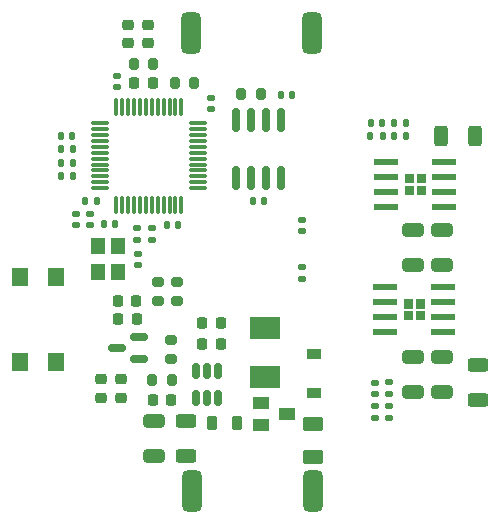
<source format=gbr>
%TF.GenerationSoftware,KiCad,Pcbnew,(6.0.6)*%
%TF.CreationDate,2023-03-01T01:58:39-05:00*%
%TF.ProjectId,Driver-Board,44726976-6572-42d4-926f-6172642e6b69,rev?*%
%TF.SameCoordinates,Original*%
%TF.FileFunction,Paste,Top*%
%TF.FilePolarity,Positive*%
%FSLAX46Y46*%
G04 Gerber Fmt 4.6, Leading zero omitted, Abs format (unit mm)*
G04 Created by KiCad (PCBNEW (6.0.6)) date 2023-03-01 01:58:39*
%MOMM*%
%LPD*%
G01*
G04 APERTURE LIST*
G04 Aperture macros list*
%AMRoundRect*
0 Rectangle with rounded corners*
0 $1 Rounding radius*
0 $2 $3 $4 $5 $6 $7 $8 $9 X,Y pos of 4 corners*
0 Add a 4 corners polygon primitive as box body*
4,1,4,$2,$3,$4,$5,$6,$7,$8,$9,$2,$3,0*
0 Add four circle primitives for the rounded corners*
1,1,$1+$1,$2,$3*
1,1,$1+$1,$4,$5*
1,1,$1+$1,$6,$7*
1,1,$1+$1,$8,$9*
0 Add four rect primitives between the rounded corners*
20,1,$1+$1,$2,$3,$4,$5,0*
20,1,$1+$1,$4,$5,$6,$7,0*
20,1,$1+$1,$6,$7,$8,$9,0*
20,1,$1+$1,$8,$9,$2,$3,0*%
G04 Aperture macros list end*
%ADD10C,0.010000*%
%ADD11RoundRect,0.200000X-0.200000X-0.275000X0.200000X-0.275000X0.200000X0.275000X-0.200000X0.275000X0*%
%ADD12RoundRect,0.135000X0.135000X0.185000X-0.135000X0.185000X-0.135000X-0.185000X0.135000X-0.185000X0*%
%ADD13RoundRect,0.140000X0.140000X0.170000X-0.140000X0.170000X-0.140000X-0.170000X0.140000X-0.170000X0*%
%ADD14RoundRect,0.225000X-0.250000X0.225000X-0.250000X-0.225000X0.250000X-0.225000X0.250000X0.225000X0*%
%ADD15RoundRect,0.225000X0.225000X0.250000X-0.225000X0.250000X-0.225000X-0.250000X0.225000X-0.250000X0*%
%ADD16RoundRect,0.140000X0.170000X-0.140000X0.170000X0.140000X-0.170000X0.140000X-0.170000X-0.140000X0*%
%ADD17RoundRect,0.075000X0.075000X-0.662500X0.075000X0.662500X-0.075000X0.662500X-0.075000X-0.662500X0*%
%ADD18RoundRect,0.075000X0.662500X-0.075000X0.662500X0.075000X-0.662500X0.075000X-0.662500X-0.075000X0*%
%ADD19RoundRect,0.250000X0.625000X-0.375000X0.625000X0.375000X-0.625000X0.375000X-0.625000X-0.375000X0*%
%ADD20RoundRect,0.225000X-0.225000X-0.250000X0.225000X-0.250000X0.225000X0.250000X-0.225000X0.250000X0*%
%ADD21RoundRect,0.140000X-0.170000X0.140000X-0.170000X-0.140000X0.170000X-0.140000X0.170000X0.140000X0*%
%ADD22RoundRect,0.135000X-0.135000X-0.185000X0.135000X-0.185000X0.135000X0.185000X-0.135000X0.185000X0*%
%ADD23RoundRect,0.040600X-0.944400X-0.249400X0.944400X-0.249400X0.944400X0.249400X-0.944400X0.249400X0*%
%ADD24RoundRect,0.140000X-0.140000X-0.170000X0.140000X-0.170000X0.140000X0.170000X-0.140000X0.170000X0*%
%ADD25RoundRect,0.135000X0.185000X-0.135000X0.185000X0.135000X-0.185000X0.135000X-0.185000X-0.135000X0*%
%ADD26RoundRect,0.150000X0.587500X0.150000X-0.587500X0.150000X-0.587500X-0.150000X0.587500X-0.150000X0*%
%ADD27R,1.200000X0.900000*%
%ADD28RoundRect,0.200000X0.275000X-0.200000X0.275000X0.200000X-0.275000X0.200000X-0.275000X-0.200000X0*%
%ADD29RoundRect,0.250000X-0.625000X0.312500X-0.625000X-0.312500X0.625000X-0.312500X0.625000X0.312500X0*%
%ADD30RoundRect,0.218750X0.256250X-0.218750X0.256250X0.218750X-0.256250X0.218750X-0.256250X-0.218750X0*%
%ADD31RoundRect,0.150000X0.150000X-0.825000X0.150000X0.825000X-0.150000X0.825000X-0.150000X-0.825000X0*%
%ADD32RoundRect,0.250000X-0.650000X0.325000X-0.650000X-0.325000X0.650000X-0.325000X0.650000X0.325000X0*%
%ADD33RoundRect,0.250000X0.625000X-0.312500X0.625000X0.312500X-0.625000X0.312500X-0.625000X-0.312500X0*%
%ADD34RoundRect,0.218750X-0.218750X-0.381250X0.218750X-0.381250X0.218750X0.381250X-0.218750X0.381250X0*%
%ADD35R,1.400000X1.000000*%
%ADD36RoundRect,0.412500X-0.412500X1.337500X-0.412500X-1.337500X0.412500X-1.337500X0.412500X1.337500X0*%
%ADD37R,2.500000X1.900000*%
%ADD38R,1.200000X1.400000*%
%ADD39R,1.400000X1.600000*%
%ADD40RoundRect,0.250000X0.650000X-0.325000X0.650000X0.325000X-0.650000X0.325000X-0.650000X-0.325000X0*%
%ADD41RoundRect,0.150000X-0.150000X0.512500X-0.150000X-0.512500X0.150000X-0.512500X0.150000X0.512500X0*%
%ADD42RoundRect,0.135000X-0.185000X0.135000X-0.185000X-0.135000X0.185000X-0.135000X0.185000X0.135000X0*%
%ADD43RoundRect,0.250000X-0.312500X-0.625000X0.312500X-0.625000X0.312500X0.625000X-0.312500X0.625000X0*%
G04 APERTURE END LIST*
%TO.C,U6*%
G36*
X95842500Y-82860000D02*
G01*
X95122500Y-82860000D01*
X95122500Y-82140000D01*
X95842500Y-82140000D01*
X95842500Y-82860000D01*
G37*
D10*
X95842500Y-82860000D02*
X95122500Y-82860000D01*
X95122500Y-82140000D01*
X95842500Y-82140000D01*
X95842500Y-82860000D01*
G36*
X95842500Y-83860000D02*
G01*
X95122500Y-83860000D01*
X95122500Y-83140000D01*
X95842500Y-83140000D01*
X95842500Y-83860000D01*
G37*
X95842500Y-83860000D02*
X95122500Y-83860000D01*
X95122500Y-83140000D01*
X95842500Y-83140000D01*
X95842500Y-83860000D01*
G36*
X96842500Y-83860000D02*
G01*
X96122500Y-83860000D01*
X96122500Y-83140000D01*
X96842500Y-83140000D01*
X96842500Y-83860000D01*
G37*
X96842500Y-83860000D02*
X96122500Y-83860000D01*
X96122500Y-83140000D01*
X96842500Y-83140000D01*
X96842500Y-83860000D01*
G36*
X96842500Y-82860000D02*
G01*
X96122500Y-82860000D01*
X96122500Y-82140000D01*
X96842500Y-82140000D01*
X96842500Y-82860000D01*
G37*
X96842500Y-82860000D02*
X96122500Y-82860000D01*
X96122500Y-82140000D01*
X96842500Y-82140000D01*
X96842500Y-82860000D01*
%TO.C,U5*%
G36*
X96760000Y-94460000D02*
G01*
X96040000Y-94460000D01*
X96040000Y-93740000D01*
X96760000Y-93740000D01*
X96760000Y-94460000D01*
G37*
X96760000Y-94460000D02*
X96040000Y-94460000D01*
X96040000Y-93740000D01*
X96760000Y-93740000D01*
X96760000Y-94460000D01*
G36*
X95760000Y-94460000D02*
G01*
X95040000Y-94460000D01*
X95040000Y-93740000D01*
X95760000Y-93740000D01*
X95760000Y-94460000D01*
G37*
X95760000Y-94460000D02*
X95040000Y-94460000D01*
X95040000Y-93740000D01*
X95760000Y-93740000D01*
X95760000Y-94460000D01*
G36*
X96760000Y-93460000D02*
G01*
X96040000Y-93460000D01*
X96040000Y-92740000D01*
X96760000Y-92740000D01*
X96760000Y-93460000D01*
G37*
X96760000Y-93460000D02*
X96040000Y-93460000D01*
X96040000Y-92740000D01*
X96760000Y-92740000D01*
X96760000Y-93460000D01*
G36*
X95760000Y-93460000D02*
G01*
X95040000Y-93460000D01*
X95040000Y-92740000D01*
X95760000Y-92740000D01*
X95760000Y-93460000D01*
G37*
X95760000Y-93460000D02*
X95040000Y-93460000D01*
X95040000Y-92740000D01*
X95760000Y-92740000D01*
X95760000Y-93460000D01*
%TD*%
D11*
%TO.C,R19*%
X75625000Y-74450000D03*
X77275000Y-74450000D03*
%TD*%
D12*
%TO.C,R4*%
X67010000Y-80050000D03*
X65990000Y-80050000D03*
%TD*%
D13*
%TO.C,C13*%
X69030000Y-84400000D03*
X68070000Y-84400000D03*
%TD*%
D14*
%TO.C,C5*%
X69400000Y-99525000D03*
X69400000Y-101075000D03*
%TD*%
D15*
%TO.C,C3*%
X72400000Y-94400000D03*
X70850000Y-94400000D03*
%TD*%
D16*
%TO.C,C28*%
X92600000Y-100780000D03*
X92600000Y-99820000D03*
%TD*%
D11*
%TO.C,R9*%
X81275000Y-75400000D03*
X82925000Y-75400000D03*
%TD*%
D17*
%TO.C,U7*%
X70700000Y-84762500D03*
X71200000Y-84762500D03*
X71700000Y-84762500D03*
X72200000Y-84762500D03*
X72700000Y-84762500D03*
X73200000Y-84762500D03*
X73700000Y-84762500D03*
X74200000Y-84762500D03*
X74700000Y-84762500D03*
X75200000Y-84762500D03*
X75700000Y-84762500D03*
X76200000Y-84762500D03*
D18*
X77612500Y-83350000D03*
X77612500Y-82850000D03*
X77612500Y-82350000D03*
X77612500Y-81850000D03*
X77612500Y-81350000D03*
X77612500Y-80850000D03*
X77612500Y-80350000D03*
X77612500Y-79850000D03*
X77612500Y-79350000D03*
X77612500Y-78850000D03*
X77612500Y-78350000D03*
X77612500Y-77850000D03*
D17*
X76200000Y-76437500D03*
X75700000Y-76437500D03*
X75200000Y-76437500D03*
X74700000Y-76437500D03*
X74200000Y-76437500D03*
X73700000Y-76437500D03*
X73200000Y-76437500D03*
X72700000Y-76437500D03*
X72200000Y-76437500D03*
X71700000Y-76437500D03*
X71200000Y-76437500D03*
X70700000Y-76437500D03*
D18*
X69287500Y-77850000D03*
X69287500Y-78350000D03*
X69287500Y-78850000D03*
X69287500Y-79350000D03*
X69287500Y-79850000D03*
X69287500Y-80350000D03*
X69287500Y-80850000D03*
X69287500Y-81350000D03*
X69287500Y-81850000D03*
X69287500Y-82350000D03*
X69287500Y-82850000D03*
X69287500Y-83350000D03*
%TD*%
D19*
%TO.C,F1*%
X87350000Y-106100000D03*
X87350000Y-103300000D03*
%TD*%
D13*
%TO.C,C29*%
X93200000Y-77800000D03*
X92240000Y-77800000D03*
%TD*%
D20*
%TO.C,C8*%
X73775000Y-101250000D03*
X75325000Y-101250000D03*
%TD*%
D12*
%TO.C,R5*%
X67010000Y-81200000D03*
X65990000Y-81200000D03*
%TD*%
D21*
%TO.C,C21*%
X86400000Y-90050000D03*
X86400000Y-91010000D03*
%TD*%
D22*
%TO.C,R12*%
X65990000Y-82300000D03*
X67010000Y-82300000D03*
%TD*%
%TO.C,R18*%
X94210000Y-77800000D03*
X95230000Y-77800000D03*
%TD*%
D21*
%TO.C,C17*%
X68500000Y-85520000D03*
X68500000Y-86480000D03*
%TD*%
D20*
%TO.C,C10*%
X77975000Y-96500000D03*
X79525000Y-96500000D03*
%TD*%
D23*
%TO.C,U6*%
X93512500Y-81095000D03*
X93512500Y-82365000D03*
X93512500Y-83635000D03*
X93512500Y-84905000D03*
X98452500Y-84905000D03*
X98452500Y-83635000D03*
X98452500Y-82365000D03*
X98452500Y-81095000D03*
%TD*%
D24*
%TO.C,C16*%
X74970000Y-86450000D03*
X75930000Y-86450000D03*
%TD*%
D25*
%TO.C,R14*%
X93800000Y-100810000D03*
X93800000Y-99790000D03*
%TD*%
D21*
%TO.C,C19*%
X72500000Y-88920000D03*
X72500000Y-89880000D03*
%TD*%
D26*
%TO.C,U2*%
X72637500Y-97850000D03*
X72637500Y-95950000D03*
X70762500Y-96900000D03*
%TD*%
D24*
%TO.C,C11*%
X84620000Y-75500000D03*
X85580000Y-75500000D03*
%TD*%
%TO.C,C6*%
X66000000Y-78950000D03*
X66960000Y-78950000D03*
%TD*%
D16*
%TO.C,C20*%
X86450000Y-86980000D03*
X86450000Y-86020000D03*
%TD*%
D27*
%TO.C,D1*%
X87400000Y-97350000D03*
X87400000Y-100650000D03*
%TD*%
D14*
%TO.C,C4*%
X71100000Y-99525000D03*
X71100000Y-101075000D03*
%TD*%
D28*
%TO.C,R2*%
X74200000Y-92925000D03*
X74200000Y-91275000D03*
%TD*%
D15*
%TO.C,C7*%
X79525000Y-94800000D03*
X77975000Y-94800000D03*
%TD*%
D29*
%TO.C,R15*%
X101300000Y-98337500D03*
X101300000Y-101262500D03*
%TD*%
D30*
%TO.C,D3*%
X73350000Y-71087500D03*
X73350000Y-69512500D03*
%TD*%
D13*
%TO.C,C18*%
X70580000Y-86400000D03*
X69620000Y-86400000D03*
%TD*%
D30*
%TO.C,D2*%
X71650000Y-71087500D03*
X71650000Y-69512500D03*
%TD*%
D28*
%TO.C,R7*%
X75350000Y-97825000D03*
X75350000Y-96175000D03*
%TD*%
D31*
%TO.C,U3*%
X80795000Y-82525000D03*
X82065000Y-82525000D03*
X83335000Y-82525000D03*
X84605000Y-82525000D03*
X84605000Y-77575000D03*
X83335000Y-77575000D03*
X82065000Y-77575000D03*
X80795000Y-77575000D03*
%TD*%
D15*
%TO.C,C2*%
X72375000Y-92900000D03*
X70825000Y-92900000D03*
%TD*%
D32*
%TO.C,C26*%
X98300000Y-97625000D03*
X98300000Y-100575000D03*
%TD*%
D25*
%TO.C,R11*%
X73750000Y-87760000D03*
X73750000Y-86740000D03*
%TD*%
D23*
%TO.C,U5*%
X93430000Y-91695000D03*
X93430000Y-92965000D03*
X93430000Y-94235000D03*
X93430000Y-95505000D03*
X98370000Y-95505000D03*
X98370000Y-94235000D03*
X98370000Y-92965000D03*
X98370000Y-91695000D03*
%TD*%
D25*
%TO.C,R13*%
X92600000Y-102810000D03*
X92600000Y-101790000D03*
%TD*%
D16*
%TO.C,C14*%
X70750000Y-74780000D03*
X70750000Y-73820000D03*
%TD*%
D33*
%TO.C,R3*%
X76550000Y-106012500D03*
X76550000Y-103087500D03*
%TD*%
D34*
%TO.C,FB1*%
X78787500Y-103250000D03*
X80912500Y-103250000D03*
%TD*%
D35*
%TO.C,Q1*%
X82900000Y-101500000D03*
X82900000Y-103400000D03*
X85100000Y-102450000D03*
%TD*%
D32*
%TO.C,C24*%
X95800000Y-97625000D03*
X95800000Y-100575000D03*
%TD*%
D36*
%TO.C,J6*%
X87225000Y-70225000D03*
X76975000Y-70225000D03*
%TD*%
D16*
%TO.C,C15*%
X78700000Y-76680000D03*
X78700000Y-75720000D03*
%TD*%
D13*
%TO.C,C9*%
X83180000Y-84400000D03*
X82220000Y-84400000D03*
%TD*%
D32*
%TO.C,C23*%
X98300000Y-86925000D03*
X98300000Y-89875000D03*
%TD*%
D11*
%TO.C,R8*%
X72175000Y-72800000D03*
X73825000Y-72800000D03*
%TD*%
D37*
%TO.C,L1*%
X83300000Y-95200000D03*
X83300000Y-99300000D03*
%TD*%
D38*
%TO.C,Y1*%
X69150000Y-88250000D03*
X69150000Y-90450000D03*
X70850000Y-90450000D03*
X70850000Y-88250000D03*
%TD*%
D24*
%TO.C,C30*%
X94240000Y-78900000D03*
X95200000Y-78900000D03*
%TD*%
D11*
%TO.C,R6*%
X73725000Y-99550000D03*
X75375000Y-99550000D03*
%TD*%
D39*
%TO.C,SW1*%
X62550000Y-90850000D03*
X62550000Y-98050000D03*
X65550000Y-98050000D03*
X65550000Y-90850000D03*
%TD*%
D22*
%TO.C,R17*%
X92210000Y-78900000D03*
X93230000Y-78900000D03*
%TD*%
D40*
%TO.C,C1*%
X73900000Y-106025000D03*
X73900000Y-103075000D03*
%TD*%
D41*
%TO.C,U1*%
X79300000Y-98812500D03*
X78350000Y-98812500D03*
X77400000Y-98812500D03*
X77400000Y-101087500D03*
X78350000Y-101087500D03*
X79300000Y-101087500D03*
%TD*%
D36*
%TO.C,J5*%
X87350000Y-108975000D03*
X77100000Y-108975000D03*
%TD*%
D42*
%TO.C,R10*%
X72450000Y-86740000D03*
X72450000Y-87760000D03*
%TD*%
D20*
%TO.C,C12*%
X72225000Y-74450000D03*
X73775000Y-74450000D03*
%TD*%
D28*
%TO.C,R1*%
X75800000Y-92925000D03*
X75800000Y-91275000D03*
%TD*%
D21*
%TO.C,C27*%
X93800000Y-101820000D03*
X93800000Y-102780000D03*
%TD*%
D32*
%TO.C,C25*%
X95800000Y-86925000D03*
X95800000Y-89875000D03*
%TD*%
D43*
%TO.C,R16*%
X101062500Y-78900000D03*
X98137500Y-78900000D03*
%TD*%
D21*
%TO.C,C22*%
X67300000Y-85520000D03*
X67300000Y-86480000D03*
%TD*%
M02*

</source>
